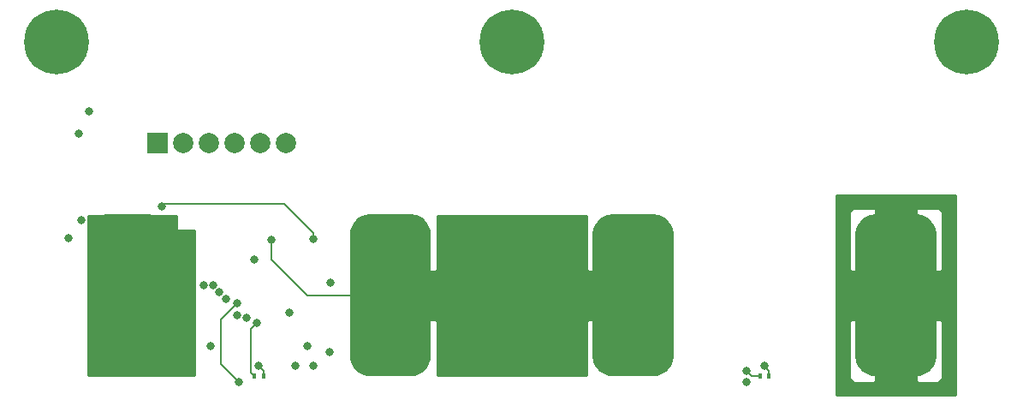
<source format=gbl>
G04 #@! TF.GenerationSoftware,KiCad,Pcbnew,5.0-dev-unknown-bc6763e~61~ubuntu16.04.1*
G04 #@! TF.CreationDate,2018-04-03T01:47:12-04:00*
G04 #@! TF.ProjectId,SB-4S5A,53422D345335412E6B696361645F7063,rev?*
G04 #@! TF.SameCoordinates,Original*
G04 #@! TF.FileFunction,Copper,L4,Bot,Signal*
G04 #@! TF.FilePolarity,Positive*
%FSLAX46Y46*%
G04 Gerber Fmt 4.6, Leading zero omitted, Abs format (unit mm)*
G04 Created by KiCad (PCBNEW 5.0-dev-unknown-bc6763e~61~ubuntu16.04.1) date Tue Apr  3 01:47:12 2018*
%MOMM*%
%LPD*%
G01*
G04 APERTURE LIST*
%ADD10C,6.400000*%
%ADD11C,0.100000*%
%ADD12C,8.000000*%
%ADD13R,0.400000X0.600000*%
%ADD14C,2.000000*%
%ADD15R,2.000000X2.000000*%
%ADD16C,0.800000*%
%ADD17C,0.200000*%
%ADD18C,0.254000*%
G04 APERTURE END LIST*
D10*
X75000000Y-65000000D03*
X120000000Y-65000000D03*
X165000000Y-65000000D03*
D11*
G36*
X134196034Y-82009631D02*
X134390181Y-82038429D01*
X134580569Y-82086119D01*
X134765367Y-82152241D01*
X134942793Y-82236157D01*
X135111140Y-82337061D01*
X135268787Y-82453979D01*
X135414214Y-82585786D01*
X135546021Y-82731213D01*
X135662939Y-82888860D01*
X135763843Y-83057207D01*
X135847759Y-83234633D01*
X135913881Y-83419431D01*
X135961571Y-83609819D01*
X135990369Y-83803966D01*
X136000000Y-84000000D01*
X136000000Y-96000000D01*
X135990369Y-96196034D01*
X135961571Y-96390181D01*
X135913881Y-96580569D01*
X135847759Y-96765367D01*
X135763843Y-96942793D01*
X135662939Y-97111140D01*
X135546021Y-97268787D01*
X135414214Y-97414214D01*
X135268787Y-97546021D01*
X135111140Y-97662939D01*
X134942793Y-97763843D01*
X134765367Y-97847759D01*
X134580569Y-97913881D01*
X134390181Y-97961571D01*
X134196034Y-97990369D01*
X134000000Y-98000000D01*
X130000000Y-98000000D01*
X129803966Y-97990369D01*
X129609819Y-97961571D01*
X129419431Y-97913881D01*
X129234633Y-97847759D01*
X129057207Y-97763843D01*
X128888860Y-97662939D01*
X128731213Y-97546021D01*
X128585786Y-97414214D01*
X128453979Y-97268787D01*
X128337061Y-97111140D01*
X128236157Y-96942793D01*
X128152241Y-96765367D01*
X128086119Y-96580569D01*
X128038429Y-96390181D01*
X128009631Y-96196034D01*
X128000000Y-96000000D01*
X128000000Y-84000000D01*
X128009631Y-83803966D01*
X128038429Y-83609819D01*
X128086119Y-83419431D01*
X128152241Y-83234633D01*
X128236157Y-83057207D01*
X128337061Y-82888860D01*
X128453979Y-82731213D01*
X128585786Y-82585786D01*
X128731213Y-82453979D01*
X128888860Y-82337061D01*
X129057207Y-82236157D01*
X129234633Y-82152241D01*
X129419431Y-82086119D01*
X129609819Y-82038429D01*
X129803966Y-82009631D01*
X130000000Y-82000000D01*
X134000000Y-82000000D01*
X134196034Y-82009631D01*
X134196034Y-82009631D01*
G37*
D12*
X132000000Y-90000000D03*
D11*
G36*
X160196034Y-82009631D02*
X160390181Y-82038429D01*
X160580569Y-82086119D01*
X160765367Y-82152241D01*
X160942793Y-82236157D01*
X161111140Y-82337061D01*
X161268787Y-82453979D01*
X161414214Y-82585786D01*
X161546021Y-82731213D01*
X161662939Y-82888860D01*
X161763843Y-83057207D01*
X161847759Y-83234633D01*
X161913881Y-83419431D01*
X161961571Y-83609819D01*
X161990369Y-83803966D01*
X162000000Y-84000000D01*
X162000000Y-96000000D01*
X161990369Y-96196034D01*
X161961571Y-96390181D01*
X161913881Y-96580569D01*
X161847759Y-96765367D01*
X161763843Y-96942793D01*
X161662939Y-97111140D01*
X161546021Y-97268787D01*
X161414214Y-97414214D01*
X161268787Y-97546021D01*
X161111140Y-97662939D01*
X160942793Y-97763843D01*
X160765367Y-97847759D01*
X160580569Y-97913881D01*
X160390181Y-97961571D01*
X160196034Y-97990369D01*
X160000000Y-98000000D01*
X156000000Y-98000000D01*
X155803966Y-97990369D01*
X155609819Y-97961571D01*
X155419431Y-97913881D01*
X155234633Y-97847759D01*
X155057207Y-97763843D01*
X154888860Y-97662939D01*
X154731213Y-97546021D01*
X154585786Y-97414214D01*
X154453979Y-97268787D01*
X154337061Y-97111140D01*
X154236157Y-96942793D01*
X154152241Y-96765367D01*
X154086119Y-96580569D01*
X154038429Y-96390181D01*
X154009631Y-96196034D01*
X154000000Y-96000000D01*
X154000000Y-84000000D01*
X154009631Y-83803966D01*
X154038429Y-83609819D01*
X154086119Y-83419431D01*
X154152241Y-83234633D01*
X154236157Y-83057207D01*
X154337061Y-82888860D01*
X154453979Y-82731213D01*
X154585786Y-82585786D01*
X154731213Y-82453979D01*
X154888860Y-82337061D01*
X155057207Y-82236157D01*
X155234633Y-82152241D01*
X155419431Y-82086119D01*
X155609819Y-82038429D01*
X155803966Y-82009631D01*
X156000000Y-82000000D01*
X160000000Y-82000000D01*
X160196034Y-82009631D01*
X160196034Y-82009631D01*
G37*
D12*
X158000000Y-90000000D03*
D11*
G36*
X84196034Y-82009631D02*
X84390181Y-82038429D01*
X84580569Y-82086119D01*
X84765367Y-82152241D01*
X84942793Y-82236157D01*
X85111140Y-82337061D01*
X85268787Y-82453979D01*
X85414214Y-82585786D01*
X85546021Y-82731213D01*
X85662939Y-82888860D01*
X85763843Y-83057207D01*
X85847759Y-83234633D01*
X85913881Y-83419431D01*
X85961571Y-83609819D01*
X85990369Y-83803966D01*
X86000000Y-84000000D01*
X86000000Y-96000000D01*
X85990369Y-96196034D01*
X85961571Y-96390181D01*
X85913881Y-96580569D01*
X85847759Y-96765367D01*
X85763843Y-96942793D01*
X85662939Y-97111140D01*
X85546021Y-97268787D01*
X85414214Y-97414214D01*
X85268787Y-97546021D01*
X85111140Y-97662939D01*
X84942793Y-97763843D01*
X84765367Y-97847759D01*
X84580569Y-97913881D01*
X84390181Y-97961571D01*
X84196034Y-97990369D01*
X84000000Y-98000000D01*
X80000000Y-98000000D01*
X79803966Y-97990369D01*
X79609819Y-97961571D01*
X79419431Y-97913881D01*
X79234633Y-97847759D01*
X79057207Y-97763843D01*
X78888860Y-97662939D01*
X78731213Y-97546021D01*
X78585786Y-97414214D01*
X78453979Y-97268787D01*
X78337061Y-97111140D01*
X78236157Y-96942793D01*
X78152241Y-96765367D01*
X78086119Y-96580569D01*
X78038429Y-96390181D01*
X78009631Y-96196034D01*
X78000000Y-96000000D01*
X78000000Y-84000000D01*
X78009631Y-83803966D01*
X78038429Y-83609819D01*
X78086119Y-83419431D01*
X78152241Y-83234633D01*
X78236157Y-83057207D01*
X78337061Y-82888860D01*
X78453979Y-82731213D01*
X78585786Y-82585786D01*
X78731213Y-82453979D01*
X78888860Y-82337061D01*
X79057207Y-82236157D01*
X79234633Y-82152241D01*
X79419431Y-82086119D01*
X79609819Y-82038429D01*
X79803966Y-82009631D01*
X80000000Y-82000000D01*
X84000000Y-82000000D01*
X84196034Y-82009631D01*
X84196034Y-82009631D01*
G37*
D12*
X82000000Y-90000000D03*
D11*
G36*
X110196034Y-82009631D02*
X110390181Y-82038429D01*
X110580569Y-82086119D01*
X110765367Y-82152241D01*
X110942793Y-82236157D01*
X111111140Y-82337061D01*
X111268787Y-82453979D01*
X111414214Y-82585786D01*
X111546021Y-82731213D01*
X111662939Y-82888860D01*
X111763843Y-83057207D01*
X111847759Y-83234633D01*
X111913881Y-83419431D01*
X111961571Y-83609819D01*
X111990369Y-83803966D01*
X112000000Y-84000000D01*
X112000000Y-96000000D01*
X111990369Y-96196034D01*
X111961571Y-96390181D01*
X111913881Y-96580569D01*
X111847759Y-96765367D01*
X111763843Y-96942793D01*
X111662939Y-97111140D01*
X111546021Y-97268787D01*
X111414214Y-97414214D01*
X111268787Y-97546021D01*
X111111140Y-97662939D01*
X110942793Y-97763843D01*
X110765367Y-97847759D01*
X110580569Y-97913881D01*
X110390181Y-97961571D01*
X110196034Y-97990369D01*
X110000000Y-98000000D01*
X106000000Y-98000000D01*
X105803966Y-97990369D01*
X105609819Y-97961571D01*
X105419431Y-97913881D01*
X105234633Y-97847759D01*
X105057207Y-97763843D01*
X104888860Y-97662939D01*
X104731213Y-97546021D01*
X104585786Y-97414214D01*
X104453979Y-97268787D01*
X104337061Y-97111140D01*
X104236157Y-96942793D01*
X104152241Y-96765367D01*
X104086119Y-96580569D01*
X104038429Y-96390181D01*
X104009631Y-96196034D01*
X104000000Y-96000000D01*
X104000000Y-84000000D01*
X104009631Y-83803966D01*
X104038429Y-83609819D01*
X104086119Y-83419431D01*
X104152241Y-83234633D01*
X104236157Y-83057207D01*
X104337061Y-82888860D01*
X104453979Y-82731213D01*
X104585786Y-82585786D01*
X104731213Y-82453979D01*
X104888860Y-82337061D01*
X105057207Y-82236157D01*
X105234633Y-82152241D01*
X105419431Y-82086119D01*
X105609819Y-82038429D01*
X105803966Y-82009631D01*
X106000000Y-82000000D01*
X110000000Y-82000000D01*
X110196034Y-82009631D01*
X110196034Y-82009631D01*
G37*
D12*
X108000000Y-90000000D03*
D13*
X144550000Y-98000000D03*
X145450000Y-98000000D03*
X95450000Y-98000000D03*
X94550000Y-98000000D03*
D14*
X97700000Y-75000000D03*
X95160000Y-75000000D03*
X92620000Y-75000000D03*
X90080000Y-75000000D03*
X87540000Y-75000000D03*
D15*
X85000000Y-75000000D03*
D16*
X90199990Y-95000000D03*
X102067992Y-88750000D03*
X85400000Y-81250000D03*
X100390104Y-84429149D03*
X153000000Y-85000000D03*
X145000000Y-97000000D03*
X95000000Y-97000000D03*
X94500000Y-86500000D03*
X98000000Y-91750000D03*
X92800000Y-90800000D03*
X93000000Y-98600000D03*
X143200000Y-98600000D03*
X92800000Y-92000000D03*
X93800000Y-92200000D03*
X143250000Y-97500000D03*
X94750000Y-92750000D03*
X153000000Y-98000000D03*
X153000000Y-97000000D03*
X153000000Y-96000000D03*
X153000000Y-95000000D03*
X153000000Y-94000000D03*
X153000000Y-93000000D03*
X153000000Y-92000000D03*
X153000000Y-91000000D03*
X153000000Y-90000000D03*
X153000000Y-89000000D03*
X153000000Y-88000000D03*
X153000000Y-87000000D03*
X153000000Y-86000000D03*
X153000000Y-84000000D03*
X153000000Y-83000000D03*
X153000000Y-82000000D03*
X154000000Y-81000000D03*
X155000000Y-81000000D03*
X156000000Y-81000000D03*
X157000000Y-81000000D03*
X158000000Y-81000000D03*
X159000000Y-81000000D03*
X160000000Y-81000000D03*
X161000000Y-81000000D03*
X162000000Y-81000000D03*
X163000000Y-82000000D03*
X163000000Y-83000000D03*
X163000000Y-84000000D03*
X163000000Y-85000000D03*
X163000000Y-86000000D03*
X163000000Y-87000000D03*
X163000000Y-88000000D03*
X163000000Y-89000000D03*
X163000000Y-90000000D03*
X163000000Y-91000000D03*
X163000000Y-92000000D03*
X163000000Y-93000000D03*
X163000000Y-94000000D03*
X163000000Y-95000000D03*
X163000000Y-96000000D03*
X163000000Y-97000000D03*
X163000000Y-98000000D03*
X162000000Y-99000000D03*
X161000000Y-99000000D03*
X160000000Y-99000000D03*
X159000000Y-99000000D03*
X158000000Y-99000000D03*
X157000000Y-99000000D03*
X156000000Y-99000000D03*
X155000000Y-99000000D03*
X154000000Y-99000000D03*
X96200000Y-84550000D03*
X88250000Y-94000000D03*
X88250000Y-93000000D03*
X88250000Y-92000000D03*
X88250000Y-91000000D03*
X88250000Y-90000000D03*
X86750000Y-90000000D03*
X86750000Y-91000000D03*
X86750000Y-92000000D03*
X86750000Y-93000000D03*
X86750000Y-94000000D03*
X86750000Y-95000000D03*
X87500000Y-89250000D03*
X90450000Y-89000000D03*
X89500000Y-89000000D03*
X91100000Y-89700000D03*
X91750000Y-90400000D03*
X102000000Y-95600000D03*
X76200000Y-84400000D03*
X99800000Y-95000000D03*
X77400000Y-82600000D03*
X100400000Y-97000000D03*
X78200000Y-71800000D03*
X77200000Y-74000000D03*
X98600000Y-97000000D03*
D17*
X94200000Y-97650000D02*
X94200000Y-93300000D01*
X94200000Y-93300000D02*
X94750000Y-92750000D01*
X97526640Y-81000000D02*
X85650000Y-81000000D01*
X85650000Y-81000000D02*
X85400000Y-81250000D01*
X100390104Y-84429149D02*
X100390104Y-83863464D01*
X100390104Y-83863464D02*
X97526640Y-81000000D01*
X145450000Y-98000000D02*
X145450000Y-97450000D01*
X145450000Y-97450000D02*
X145000000Y-97000000D01*
X95450000Y-98000000D02*
X95450000Y-97450000D01*
X95450000Y-97450000D02*
X95000000Y-97000000D01*
X91200000Y-92400000D02*
X92800000Y-90800000D01*
X91200000Y-96800000D02*
X91200000Y-92400000D01*
X93000000Y-98600000D02*
X91200000Y-96800000D01*
X143250000Y-97500000D02*
X143750000Y-98000000D01*
X143750000Y-98000000D02*
X144150000Y-98000000D01*
X144150000Y-98000000D02*
X144550000Y-98000000D01*
X94200000Y-97650000D02*
X94550000Y-98000000D01*
X108000000Y-90000000D02*
X99750000Y-90000000D01*
X99750000Y-90000000D02*
X96200000Y-86450000D01*
X96200000Y-86450000D02*
X96200000Y-84550000D01*
D18*
G36*
X127365000Y-87468250D02*
X127523750Y-87627000D01*
X130000000Y-87627000D01*
X130000000Y-87607000D01*
X134000000Y-87607000D01*
X134000000Y-87627000D01*
X134393000Y-87627000D01*
X134393000Y-92373000D01*
X134000000Y-92373000D01*
X134000000Y-92393000D01*
X130000000Y-92393000D01*
X130000000Y-92373000D01*
X127523750Y-92373000D01*
X127365000Y-92531750D01*
X127365000Y-97873000D01*
X112635000Y-97873000D01*
X112635000Y-92531750D01*
X112476250Y-92373000D01*
X110000000Y-92373000D01*
X110000000Y-92393000D01*
X106000000Y-92393000D01*
X106000000Y-92373000D01*
X105607000Y-92373000D01*
X105607000Y-87627000D01*
X106000000Y-87627000D01*
X106000000Y-87607000D01*
X110000000Y-87607000D01*
X110000000Y-87627000D01*
X112476250Y-87627000D01*
X112635000Y-87468250D01*
X112635000Y-82127000D01*
X127365000Y-82127000D01*
X127365000Y-87468250D01*
X127365000Y-87468250D01*
G37*
X127365000Y-87468250D02*
X127523750Y-87627000D01*
X130000000Y-87627000D01*
X130000000Y-87607000D01*
X134000000Y-87607000D01*
X134000000Y-87627000D01*
X134393000Y-87627000D01*
X134393000Y-92373000D01*
X134000000Y-92373000D01*
X134000000Y-92393000D01*
X130000000Y-92393000D01*
X130000000Y-92373000D01*
X127523750Y-92373000D01*
X127365000Y-92531750D01*
X127365000Y-97873000D01*
X112635000Y-97873000D01*
X112635000Y-92531750D01*
X112476250Y-92373000D01*
X110000000Y-92373000D01*
X110000000Y-92393000D01*
X106000000Y-92393000D01*
X106000000Y-92373000D01*
X105607000Y-92373000D01*
X105607000Y-87627000D01*
X106000000Y-87627000D01*
X106000000Y-87607000D01*
X110000000Y-87607000D01*
X110000000Y-87627000D01*
X112476250Y-87627000D01*
X112635000Y-87468250D01*
X112635000Y-82127000D01*
X127365000Y-82127000D01*
X127365000Y-87468250D01*
G36*
X163873000Y-99873000D02*
X152127000Y-99873000D01*
X152127000Y-92531750D01*
X153365000Y-92531750D01*
X153365000Y-98126310D01*
X153461673Y-98359699D01*
X153640302Y-98538327D01*
X153873691Y-98635000D01*
X155841250Y-98635000D01*
X156000000Y-98476250D01*
X156000000Y-92373000D01*
X160000000Y-92373000D01*
X160000000Y-98476250D01*
X160158750Y-98635000D01*
X162126309Y-98635000D01*
X162359698Y-98538327D01*
X162538327Y-98359699D01*
X162635000Y-98126310D01*
X162635000Y-92531750D01*
X162476250Y-92373000D01*
X160000000Y-92373000D01*
X156000000Y-92373000D01*
X153523750Y-92373000D01*
X153365000Y-92531750D01*
X152127000Y-92531750D01*
X152127000Y-81873690D01*
X153365000Y-81873690D01*
X153365000Y-87468250D01*
X153523750Y-87627000D01*
X156000000Y-87627000D01*
X156000000Y-81523750D01*
X160000000Y-81523750D01*
X160000000Y-87627000D01*
X162476250Y-87627000D01*
X162635000Y-87468250D01*
X162635000Y-81873690D01*
X162538327Y-81640301D01*
X162359698Y-81461673D01*
X162126309Y-81365000D01*
X160158750Y-81365000D01*
X160000000Y-81523750D01*
X156000000Y-81523750D01*
X155841250Y-81365000D01*
X153873691Y-81365000D01*
X153640302Y-81461673D01*
X153461673Y-81640301D01*
X153365000Y-81873690D01*
X152127000Y-81873690D01*
X152127000Y-80127000D01*
X163873000Y-80127000D01*
X163873000Y-99873000D01*
X163873000Y-99873000D01*
G37*
X163873000Y-99873000D02*
X152127000Y-99873000D01*
X152127000Y-92531750D01*
X153365000Y-92531750D01*
X153365000Y-98126310D01*
X153461673Y-98359699D01*
X153640302Y-98538327D01*
X153873691Y-98635000D01*
X155841250Y-98635000D01*
X156000000Y-98476250D01*
X156000000Y-92373000D01*
X160000000Y-92373000D01*
X160000000Y-98476250D01*
X160158750Y-98635000D01*
X162126309Y-98635000D01*
X162359698Y-98538327D01*
X162538327Y-98359699D01*
X162635000Y-98126310D01*
X162635000Y-92531750D01*
X162476250Y-92373000D01*
X160000000Y-92373000D01*
X156000000Y-92373000D01*
X153523750Y-92373000D01*
X153365000Y-92531750D01*
X152127000Y-92531750D01*
X152127000Y-81873690D01*
X153365000Y-81873690D01*
X153365000Y-87468250D01*
X153523750Y-87627000D01*
X156000000Y-87627000D01*
X156000000Y-81523750D01*
X160000000Y-81523750D01*
X160000000Y-87627000D01*
X162476250Y-87627000D01*
X162635000Y-87468250D01*
X162635000Y-81873690D01*
X162538327Y-81640301D01*
X162359698Y-81461673D01*
X162126309Y-81365000D01*
X160158750Y-81365000D01*
X160000000Y-81523750D01*
X156000000Y-81523750D01*
X155841250Y-81365000D01*
X153873691Y-81365000D01*
X153640302Y-81461673D01*
X153461673Y-81640301D01*
X153365000Y-81873690D01*
X152127000Y-81873690D01*
X152127000Y-80127000D01*
X163873000Y-80127000D01*
X163873000Y-99873000D01*
G36*
X86873000Y-83500000D02*
X86882667Y-83548601D01*
X86910197Y-83589803D01*
X86951399Y-83617333D01*
X87000000Y-83627000D01*
X88623000Y-83627000D01*
X88623000Y-97873000D01*
X78127000Y-97873000D01*
X78127000Y-82127000D01*
X86873000Y-82127000D01*
X86873000Y-83500000D01*
X86873000Y-83500000D01*
G37*
X86873000Y-83500000D02*
X86882667Y-83548601D01*
X86910197Y-83589803D01*
X86951399Y-83617333D01*
X87000000Y-83627000D01*
X88623000Y-83627000D01*
X88623000Y-97873000D01*
X78127000Y-97873000D01*
X78127000Y-82127000D01*
X86873000Y-82127000D01*
X86873000Y-83500000D01*
M02*

</source>
